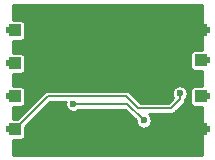
<source format=gbr>
%TF.GenerationSoftware,KiCad,Pcbnew,(5.1.8)-1*%
%TF.CreationDate,2021-10-29T19:36:58+09:00*%
%TF.ProjectId,ykts-mcu-node,796b7473-2d6d-4637-952d-6e6f64652e6b,rev?*%
%TF.SameCoordinates,PX6258c20PY49658d0*%
%TF.FileFunction,Copper,L2,Bot*%
%TF.FilePolarity,Positive*%
%FSLAX46Y46*%
G04 Gerber Fmt 4.6, Leading zero omitted, Abs format (unit mm)*
G04 Created by KiCad (PCBNEW (5.1.8)-1) date 2021-10-29 19:36:58*
%MOMM*%
%LPD*%
G01*
G04 APERTURE LIST*
%TA.AperFunction,SMDPad,CuDef*%
%ADD10R,1.000000X1.000000*%
%TD*%
%TA.AperFunction,ComponentPad*%
%ADD11C,0.603000*%
%TD*%
%TA.AperFunction,ViaPad*%
%ADD12C,0.600000*%
%TD*%
%TA.AperFunction,Conductor*%
%ADD13C,0.200000*%
%TD*%
%TA.AperFunction,Conductor*%
%ADD14C,0.254000*%
%TD*%
%TA.AperFunction,Conductor*%
%ADD15C,0.100000*%
%TD*%
G04 APERTURE END LIST*
D10*
%TO.P,J4,1*%
%TO.N,/ISP_RESET*%
X500000Y-2540000D03*
D11*
X0Y-2540000D03*
%TD*%
D10*
%TO.P,J8,1*%
%TO.N,GND*%
X16264000Y-2540000D03*
D11*
X16764000Y-2540000D03*
%TD*%
D10*
%TO.P,J7,1*%
%TO.N,+5V*%
X16264000Y-5080000D03*
D11*
X16764000Y-5080000D03*
%TD*%
D10*
%TO.P,J6,1*%
%TO.N,+5V*%
X16264000Y-8128000D03*
D11*
X16764000Y-8128000D03*
%TD*%
D10*
%TO.P,J5,1*%
%TO.N,GND*%
X16264000Y-10922000D03*
D11*
X16764000Y-10922000D03*
%TD*%
D10*
%TO.P,J3,1*%
%TO.N,/UART0_RX*%
X508000Y-5334000D03*
D11*
X8000Y-5334000D03*
%TD*%
D10*
%TO.P,J2,1*%
%TO.N,/UART0_TX*%
X500000Y-8128000D03*
D11*
X0Y-8128000D03*
%TD*%
D10*
%TO.P,J1,1*%
%TO.N,Net-(J1-Pad1)*%
X500000Y-10922000D03*
D11*
X0Y-10922000D03*
%TD*%
D12*
%TO.N,GND*%
X10668000Y-11684000D03*
X3302000Y-9398000D03*
X2286000Y-11684000D03*
X1524000Y-1270000D03*
X4572000Y-1270000D03*
X12700000Y-2794000D03*
X14478000Y-1524000D03*
%TO.N,Net-(C2-Pad1)*%
X11430000Y-10160000D03*
X5473734Y-8775734D03*
%TO.N,Net-(J1-Pad1)*%
X14478000Y-7874000D03*
%TD*%
D13*
%TO.N,Net-(C2-Pad1)*%
X10045734Y-8775734D02*
X5473734Y-8775734D01*
X11430000Y-10160000D02*
X10045734Y-8775734D01*
%TO.N,Net-(J1-Pad1)*%
X3294000Y-8128000D02*
X500000Y-10922000D01*
X9963698Y-8128000D02*
X3294000Y-8128000D01*
X10979698Y-9144000D02*
X9963698Y-8128000D01*
X13716000Y-9144000D02*
X10979698Y-9144000D01*
X14478000Y-8382000D02*
X13716000Y-9144000D01*
X14478000Y-7874000D02*
X14478000Y-8382000D01*
%TD*%
D14*
%TO.N,GND*%
X16358001Y-4197157D02*
X15764000Y-4197157D01*
X15689311Y-4204513D01*
X15617492Y-4226299D01*
X15551304Y-4261678D01*
X15493289Y-4309289D01*
X15445678Y-4367304D01*
X15410299Y-4433492D01*
X15388513Y-4505311D01*
X15381157Y-4580000D01*
X15381157Y-5580000D01*
X15388513Y-5654689D01*
X15410299Y-5726508D01*
X15445678Y-5792696D01*
X15493289Y-5850711D01*
X15551304Y-5898322D01*
X15617492Y-5933701D01*
X15689311Y-5955487D01*
X15764000Y-5962843D01*
X16358001Y-5962843D01*
X16358000Y-7245157D01*
X15764000Y-7245157D01*
X15689311Y-7252513D01*
X15617492Y-7274299D01*
X15551304Y-7309678D01*
X15493289Y-7357289D01*
X15445678Y-7415304D01*
X15410299Y-7481492D01*
X15388513Y-7553311D01*
X15381157Y-7628000D01*
X15381157Y-8628000D01*
X15388513Y-8702689D01*
X15410299Y-8774508D01*
X15445678Y-8840696D01*
X15493289Y-8898711D01*
X15551304Y-8946322D01*
X15617492Y-8981701D01*
X15689311Y-9003487D01*
X15764000Y-9010843D01*
X16358000Y-9010843D01*
X16358000Y-13056000D01*
X406000Y-13056000D01*
X406000Y-11804843D01*
X1000000Y-11804843D01*
X1074689Y-11797487D01*
X1146508Y-11775701D01*
X1212696Y-11740322D01*
X1270711Y-11692711D01*
X1318322Y-11634696D01*
X1353701Y-11568508D01*
X1375487Y-11496689D01*
X1382843Y-11422000D01*
X1382843Y-10719393D01*
X3493237Y-8609000D01*
X4812558Y-8609000D01*
X4792734Y-8708661D01*
X4792734Y-8842807D01*
X4818905Y-8974374D01*
X4870240Y-9098308D01*
X4944767Y-9209846D01*
X5039622Y-9304701D01*
X5151160Y-9379228D01*
X5275094Y-9430563D01*
X5406661Y-9456734D01*
X5540807Y-9456734D01*
X5672374Y-9430563D01*
X5796308Y-9379228D01*
X5907846Y-9304701D01*
X5955813Y-9256734D01*
X9846498Y-9256734D01*
X10749000Y-10159237D01*
X10749000Y-10227073D01*
X10775171Y-10358640D01*
X10826506Y-10482574D01*
X10901033Y-10594112D01*
X10995888Y-10688967D01*
X11107426Y-10763494D01*
X11231360Y-10814829D01*
X11362927Y-10841000D01*
X11497073Y-10841000D01*
X11628640Y-10814829D01*
X11752574Y-10763494D01*
X11864112Y-10688967D01*
X11958967Y-10594112D01*
X12033494Y-10482574D01*
X12084829Y-10358640D01*
X12111000Y-10227073D01*
X12111000Y-10092927D01*
X12084829Y-9961360D01*
X12033494Y-9837426D01*
X11958967Y-9725888D01*
X11864112Y-9631033D01*
X11855083Y-9625000D01*
X13692374Y-9625000D01*
X13716000Y-9627327D01*
X13739626Y-9625000D01*
X13810292Y-9618040D01*
X13900961Y-9590536D01*
X13984522Y-9545872D01*
X14057764Y-9485764D01*
X14072830Y-9467406D01*
X14801411Y-8738826D01*
X14819764Y-8723764D01*
X14879872Y-8650522D01*
X14924536Y-8566961D01*
X14943696Y-8503797D01*
X14952040Y-8476293D01*
X14961327Y-8382000D01*
X14959000Y-8358374D01*
X14959000Y-8356079D01*
X15006967Y-8308112D01*
X15081494Y-8196574D01*
X15132829Y-8072640D01*
X15159000Y-7941073D01*
X15159000Y-7806927D01*
X15132829Y-7675360D01*
X15081494Y-7551426D01*
X15006967Y-7439888D01*
X14912112Y-7345033D01*
X14800574Y-7270506D01*
X14676640Y-7219171D01*
X14545073Y-7193000D01*
X14410927Y-7193000D01*
X14279360Y-7219171D01*
X14155426Y-7270506D01*
X14043888Y-7345033D01*
X13949033Y-7439888D01*
X13874506Y-7551426D01*
X13823171Y-7675360D01*
X13797000Y-7806927D01*
X13797000Y-7941073D01*
X13823171Y-8072640D01*
X13874506Y-8196574D01*
X13918038Y-8261725D01*
X13516764Y-8663000D01*
X11178935Y-8663000D01*
X10320528Y-7804594D01*
X10305462Y-7786236D01*
X10232220Y-7726128D01*
X10148659Y-7681464D01*
X10057990Y-7653960D01*
X9987324Y-7647000D01*
X9963698Y-7644673D01*
X9940072Y-7647000D01*
X3317626Y-7647000D01*
X3294000Y-7644673D01*
X3199707Y-7653960D01*
X3109038Y-7681464D01*
X3064374Y-7705338D01*
X3025478Y-7726128D01*
X2952236Y-7786236D01*
X2937175Y-7804588D01*
X702607Y-10039157D01*
X406000Y-10039157D01*
X406000Y-9010843D01*
X1000000Y-9010843D01*
X1074689Y-9003487D01*
X1146508Y-8981701D01*
X1212696Y-8946322D01*
X1270711Y-8898711D01*
X1318322Y-8840696D01*
X1353701Y-8774508D01*
X1375487Y-8702689D01*
X1382843Y-8628000D01*
X1382843Y-7628000D01*
X1375487Y-7553311D01*
X1353701Y-7481492D01*
X1318322Y-7415304D01*
X1270711Y-7357289D01*
X1212696Y-7309678D01*
X1146508Y-7274299D01*
X1074689Y-7252513D01*
X1000000Y-7245157D01*
X406000Y-7245157D01*
X406000Y-6216843D01*
X1008000Y-6216843D01*
X1082689Y-6209487D01*
X1154508Y-6187701D01*
X1220696Y-6152322D01*
X1278711Y-6104711D01*
X1326322Y-6046696D01*
X1361701Y-5980508D01*
X1383487Y-5908689D01*
X1390843Y-5834000D01*
X1390843Y-4834000D01*
X1383487Y-4759311D01*
X1361701Y-4687492D01*
X1326322Y-4621304D01*
X1278711Y-4563289D01*
X1220696Y-4515678D01*
X1154508Y-4480299D01*
X1082689Y-4458513D01*
X1008000Y-4451157D01*
X406000Y-4451157D01*
X406000Y-3422843D01*
X1000000Y-3422843D01*
X1074689Y-3415487D01*
X1146508Y-3393701D01*
X1212696Y-3358322D01*
X1270711Y-3310711D01*
X1318322Y-3252696D01*
X1353701Y-3186508D01*
X1375487Y-3114689D01*
X1382843Y-3040000D01*
X1382843Y-2040000D01*
X1375487Y-1965311D01*
X1353701Y-1893492D01*
X1318322Y-1827304D01*
X1270711Y-1769289D01*
X1212696Y-1721678D01*
X1146508Y-1686299D01*
X1074689Y-1664513D01*
X1000000Y-1657157D01*
X406000Y-1657157D01*
X406000Y-406000D01*
X16358001Y-406000D01*
X16358001Y-4197157D01*
%TA.AperFunction,Conductor*%
D15*
G36*
X16358001Y-4197157D02*
G01*
X15764000Y-4197157D01*
X15689311Y-4204513D01*
X15617492Y-4226299D01*
X15551304Y-4261678D01*
X15493289Y-4309289D01*
X15445678Y-4367304D01*
X15410299Y-4433492D01*
X15388513Y-4505311D01*
X15381157Y-4580000D01*
X15381157Y-5580000D01*
X15388513Y-5654689D01*
X15410299Y-5726508D01*
X15445678Y-5792696D01*
X15493289Y-5850711D01*
X15551304Y-5898322D01*
X15617492Y-5933701D01*
X15689311Y-5955487D01*
X15764000Y-5962843D01*
X16358001Y-5962843D01*
X16358000Y-7245157D01*
X15764000Y-7245157D01*
X15689311Y-7252513D01*
X15617492Y-7274299D01*
X15551304Y-7309678D01*
X15493289Y-7357289D01*
X15445678Y-7415304D01*
X15410299Y-7481492D01*
X15388513Y-7553311D01*
X15381157Y-7628000D01*
X15381157Y-8628000D01*
X15388513Y-8702689D01*
X15410299Y-8774508D01*
X15445678Y-8840696D01*
X15493289Y-8898711D01*
X15551304Y-8946322D01*
X15617492Y-8981701D01*
X15689311Y-9003487D01*
X15764000Y-9010843D01*
X16358000Y-9010843D01*
X16358000Y-13056000D01*
X406000Y-13056000D01*
X406000Y-11804843D01*
X1000000Y-11804843D01*
X1074689Y-11797487D01*
X1146508Y-11775701D01*
X1212696Y-11740322D01*
X1270711Y-11692711D01*
X1318322Y-11634696D01*
X1353701Y-11568508D01*
X1375487Y-11496689D01*
X1382843Y-11422000D01*
X1382843Y-10719393D01*
X3493237Y-8609000D01*
X4812558Y-8609000D01*
X4792734Y-8708661D01*
X4792734Y-8842807D01*
X4818905Y-8974374D01*
X4870240Y-9098308D01*
X4944767Y-9209846D01*
X5039622Y-9304701D01*
X5151160Y-9379228D01*
X5275094Y-9430563D01*
X5406661Y-9456734D01*
X5540807Y-9456734D01*
X5672374Y-9430563D01*
X5796308Y-9379228D01*
X5907846Y-9304701D01*
X5955813Y-9256734D01*
X9846498Y-9256734D01*
X10749000Y-10159237D01*
X10749000Y-10227073D01*
X10775171Y-10358640D01*
X10826506Y-10482574D01*
X10901033Y-10594112D01*
X10995888Y-10688967D01*
X11107426Y-10763494D01*
X11231360Y-10814829D01*
X11362927Y-10841000D01*
X11497073Y-10841000D01*
X11628640Y-10814829D01*
X11752574Y-10763494D01*
X11864112Y-10688967D01*
X11958967Y-10594112D01*
X12033494Y-10482574D01*
X12084829Y-10358640D01*
X12111000Y-10227073D01*
X12111000Y-10092927D01*
X12084829Y-9961360D01*
X12033494Y-9837426D01*
X11958967Y-9725888D01*
X11864112Y-9631033D01*
X11855083Y-9625000D01*
X13692374Y-9625000D01*
X13716000Y-9627327D01*
X13739626Y-9625000D01*
X13810292Y-9618040D01*
X13900961Y-9590536D01*
X13984522Y-9545872D01*
X14057764Y-9485764D01*
X14072830Y-9467406D01*
X14801411Y-8738826D01*
X14819764Y-8723764D01*
X14879872Y-8650522D01*
X14924536Y-8566961D01*
X14943696Y-8503797D01*
X14952040Y-8476293D01*
X14961327Y-8382000D01*
X14959000Y-8358374D01*
X14959000Y-8356079D01*
X15006967Y-8308112D01*
X15081494Y-8196574D01*
X15132829Y-8072640D01*
X15159000Y-7941073D01*
X15159000Y-7806927D01*
X15132829Y-7675360D01*
X15081494Y-7551426D01*
X15006967Y-7439888D01*
X14912112Y-7345033D01*
X14800574Y-7270506D01*
X14676640Y-7219171D01*
X14545073Y-7193000D01*
X14410927Y-7193000D01*
X14279360Y-7219171D01*
X14155426Y-7270506D01*
X14043888Y-7345033D01*
X13949033Y-7439888D01*
X13874506Y-7551426D01*
X13823171Y-7675360D01*
X13797000Y-7806927D01*
X13797000Y-7941073D01*
X13823171Y-8072640D01*
X13874506Y-8196574D01*
X13918038Y-8261725D01*
X13516764Y-8663000D01*
X11178935Y-8663000D01*
X10320528Y-7804594D01*
X10305462Y-7786236D01*
X10232220Y-7726128D01*
X10148659Y-7681464D01*
X10057990Y-7653960D01*
X9987324Y-7647000D01*
X9963698Y-7644673D01*
X9940072Y-7647000D01*
X3317626Y-7647000D01*
X3294000Y-7644673D01*
X3199707Y-7653960D01*
X3109038Y-7681464D01*
X3064374Y-7705338D01*
X3025478Y-7726128D01*
X2952236Y-7786236D01*
X2937175Y-7804588D01*
X702607Y-10039157D01*
X406000Y-10039157D01*
X406000Y-9010843D01*
X1000000Y-9010843D01*
X1074689Y-9003487D01*
X1146508Y-8981701D01*
X1212696Y-8946322D01*
X1270711Y-8898711D01*
X1318322Y-8840696D01*
X1353701Y-8774508D01*
X1375487Y-8702689D01*
X1382843Y-8628000D01*
X1382843Y-7628000D01*
X1375487Y-7553311D01*
X1353701Y-7481492D01*
X1318322Y-7415304D01*
X1270711Y-7357289D01*
X1212696Y-7309678D01*
X1146508Y-7274299D01*
X1074689Y-7252513D01*
X1000000Y-7245157D01*
X406000Y-7245157D01*
X406000Y-6216843D01*
X1008000Y-6216843D01*
X1082689Y-6209487D01*
X1154508Y-6187701D01*
X1220696Y-6152322D01*
X1278711Y-6104711D01*
X1326322Y-6046696D01*
X1361701Y-5980508D01*
X1383487Y-5908689D01*
X1390843Y-5834000D01*
X1390843Y-4834000D01*
X1383487Y-4759311D01*
X1361701Y-4687492D01*
X1326322Y-4621304D01*
X1278711Y-4563289D01*
X1220696Y-4515678D01*
X1154508Y-4480299D01*
X1082689Y-4458513D01*
X1008000Y-4451157D01*
X406000Y-4451157D01*
X406000Y-3422843D01*
X1000000Y-3422843D01*
X1074689Y-3415487D01*
X1146508Y-3393701D01*
X1212696Y-3358322D01*
X1270711Y-3310711D01*
X1318322Y-3252696D01*
X1353701Y-3186508D01*
X1375487Y-3114689D01*
X1382843Y-3040000D01*
X1382843Y-2040000D01*
X1375487Y-1965311D01*
X1353701Y-1893492D01*
X1318322Y-1827304D01*
X1270711Y-1769289D01*
X1212696Y-1721678D01*
X1146508Y-1686299D01*
X1074689Y-1664513D01*
X1000000Y-1657157D01*
X406000Y-1657157D01*
X406000Y-406000D01*
X16358001Y-406000D01*
X16358001Y-4197157D01*
G37*
%TD.AperFunction*%
%TD*%
M02*

</source>
